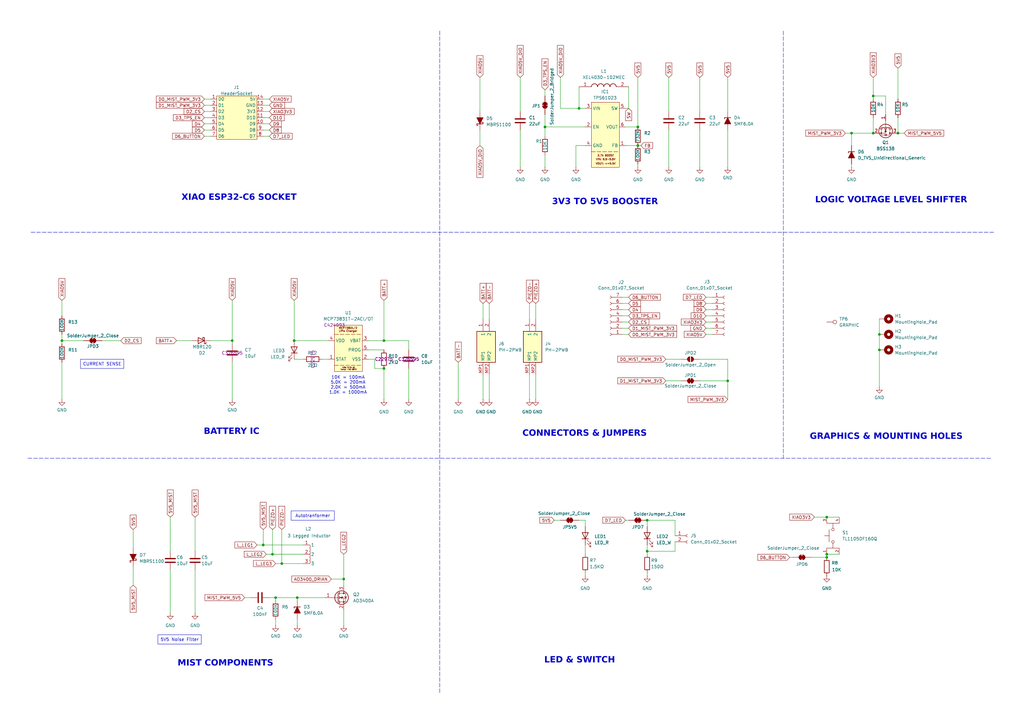
<source format=kicad_sch>
(kicad_sch (version 20250114) (generator "eeschema") (generator_version "9.0")
  (paper "A3")
  (title_block (title "MistMaker") (date "2025-05-10") (rev "1.4") (comment 1 "By David Yang & Shaung Cai"))
  (text "GRAPHICS & MOUNTING HOLES" (at 363.474 179.832 0) (effects (font (size 2.54 2.54) (bold yes))))
  (text "CONNECTORS & JUMPERS" (at 239.776 178.562 0) (effects (font (size 2.54 2.54) (bold yes))))
  (text "BATTERY IC" (at 94.996 177.8 0) (effects (font (size 2.54 2.54) (bold yes))))
  (text "XIAO ESP32-C6 SOCKET" (at 98.044 81.788 0) (effects (font (size 2.54 2.54) (bold yes))))
  (text "LED & SWITCH" (at 237.744 271.526 0) (effects (font (size 2.54 2.54) (bold yes))))
  (text "10K = 100mA\n5.0K = 200mA\n2.0K = 500mA\n1.0K = 1000mA" (at 142.748 157.988 0) (effects (font (size 1.27 1.27))))
  (text "LOGIC VOLTAGE LEVEL SHIFTER" (at 365.506 82.804 0) (effects (font (size 2.54 2.54) (bold yes))))
  (text "3V3 TO 5V5 BOOSTER" (at 248.158 83.566 0) (effects (font (size 2.54 2.54) (bold yes))))
  (text "MIST COMPONENTS" (at 92.456 272.796 0) (effects (font (size 2.54 2.54) (bold yes))))
  (text_box "Autotranformer" (at 119.38 209.55 0) (size 17.78 3.81) (margins 0.9525 0.9525 0.9525 0.9525) (effects (font (size 1.27 1.27))))
  (text_box "5V5 Noise Filter" (at 64.77 260.35 0) (size 17.78 3.81) (margins 0.9525 0.9525 0.9525 0.9525) (effects (font (size 1.27 1.27))))
  (text_box "CURRENT SENSE" (at 33.02 147.32 0) (size 17.78 3.81) (margins 0.9525 0.9525 0.9525 0.9525) (effects (font (size 1.27 1.27))))
  (junction (at 261.62 59.69))
  (junction (at 349.25 54.61))
  (junction (at 339.09 212.09))
  (junction (at 360.68 143.51))
  (junction (at 95.25 139.7))
  (junction (at 157.48 139.7))
  (junction (at 360.68 137.16))
  (junction (at 107.95 223.52))
  (junction (at 261.62 52.07))
  (junction (at 265.43 226.06))
  (junction (at 265.43 213.36))
  (junction (at 358.14 39.37))
  (junction (at 120.65 139.7))
  (junction (at 140.97 237.49))
  (junction (at 111.76 227.33))
  (junction (at 25.4 139.7))
  (junction (at 358.14 54.61))
  (junction (at 157.48 151.13))
  (junction (at 368.3 54.61))
  (junction (at 113.03 245.11))
  (junction (at 298.45 156.21))
  (junction (at 115.57 231.14))
  (junction (at 223.52 52.07))
  (junction (at 339.09 228.6))
  (junction (at 237.49 44.45))
  (junction (at 121.92 245.11))
  (junction (at 339.09 227.33))
  (wire (pts (xy 25.4 139.7) (xy 34.29 139.7)))
  (wire (pts (xy 198.12 153.67) (xy 198.12 163.83)))
  (wire (pts (xy 256.54 59.69) (xy 261.62 59.69)))
  (wire (pts (xy 223.52 52.07) (xy 223.52 55.88)))
  (wire (pts (xy 363.22 39.37) (xy 358.14 39.37)))
  (wire (pts (xy 217.17 124.46) (xy 217.17 130.81)))
  (wire (pts (xy 95.25 123.19) (xy 95.25 139.7)))
  (wire (pts (xy 107.95 53.34) (xy 110.49 53.34)))
  (wire (pts (xy 298.45 156.21) (xy 298.45 163.83)))
  (wire (pts (xy 120.65 123.19) (xy 120.65 139.7)))
  (wire (pts (xy 240.03 223.52) (xy 240.03 227.33)))
  (wire (pts (xy 227.33 213.36) (xy 229.87 213.36)))
  (wire (pts (xy 213.36 53.34) (xy 213.36 68.58)))
  (wire (pts (xy 292.1 129.54) (xy 289.56 129.54)))
  (wire (pts (xy 265.43 227.33) (xy 265.43 226.06)))
  (wire (pts (xy 105.41 223.52) (xy 107.95 223.52)))
  (wire (pts (xy 69.85 212.09) (xy 69.85 226.06)))
  (wire (pts (xy 363.22 46.99) (xy 363.22 39.37)))
  (wire (pts (xy 257.81 127) (xy 255.27 127)))
  (wire (pts (xy 107.95 43.18) (xy 110.49 43.18)))
  (wire (pts (xy 292.1 137.16) (xy 289.56 137.16)))
  (wire (pts (xy 83.82 40.64) (xy 86.36 40.64)))
  (wire (pts (xy 229.87 44.45) (xy 237.49 44.45)))
  (wire (pts (xy 360.68 130.81) (xy 360.68 137.16)))
  (wire (pts (xy 83.82 53.34) (xy 86.36 53.34)))
  (wire (pts (xy 237.49 213.36) (xy 240.03 213.36)))
  (wire (pts (xy 200.66 124.46) (xy 200.66 130.81)))
  (wire (pts (xy 323.85 228.6) (xy 325.12 228.6)))
  (wire (pts (xy 213.36 31.75) (xy 213.36 45.72)))
  (wire (pts (xy 54.61 217.17) (xy 54.61 224.79)))
  (wire (pts (xy 113.03 231.14) (xy 115.57 231.14)))
  (wire (pts (xy 274.32 31.75) (xy 274.32 45.72)))
  (wire (pts (xy 237.49 35.56) (xy 237.49 44.45)))
  (wire (pts (xy 349.25 67.31) (xy 349.25 68.58)))
  (wire (pts (xy 196.85 31.75) (xy 196.85 45.72)))
  (wire (pts (xy 292.1 134.62) (xy 289.56 134.62)))
  (wire (pts (xy 111.76 227.33) (xy 124.46 227.33)))
  (wire (pts (xy 41.91 139.7) (xy 49.53 139.7)))
  (wire (pts (xy 121.92 254) (xy 121.92 256.54)))
  (wire (pts (xy 151.13 143.51) (xy 157.48 143.51)))
  (wire (pts (xy 236.22 59.69) (xy 236.22 68.58)))
  (wire (pts (xy 223.52 63.5) (xy 223.52 68.58)))
  (wire (pts (xy 256.54 44.45) (xy 257.81 44.45)))
  (wire (pts (xy 107.95 40.64) (xy 110.49 40.64)))
  (wire (pts (xy 110.49 245.11) (xy 113.03 245.11)))
  (wire (pts (xy 115.57 217.17) (xy 115.57 231.14)))
  (wire (pts (xy 111.76 217.17) (xy 111.76 227.33)))
  (wire (pts (xy 83.82 45.72) (xy 86.36 45.72)))
  (polyline (pts (xy 12.7 95.25) (xy 407.67 95.25)) (stroke (width 0) (type dash)))
  (wire (pts (xy 360.68 137.16) (xy 360.68 143.51)))
  (wire (pts (xy 298.45 147.32) (xy 298.45 156.21)))
  (wire (pts (xy 276.86 226.06) (xy 265.43 226.06)))
  (wire (pts (xy 100.33 245.11) (xy 102.87 245.11)))
  (wire (pts (xy 25.4 123.19) (xy 25.4 129.54)))
  (wire (pts (xy 360.68 143.51) (xy 360.68 158.75)))
  (wire (pts (xy 287.02 147.32) (xy 298.45 147.32)))
  (wire (pts (xy 140.97 227.33) (xy 140.97 237.49)))
  (wire (pts (xy 167.64 139.7) (xy 167.64 143.51)))
  (wire (pts (xy 261.62 59.69) (xy 262.89 59.69)))
  (wire (pts (xy 25.4 137.16) (xy 25.4 139.7)))
  (wire (pts (xy 257.81 137.16) (xy 255.27 137.16)))
  (wire (pts (xy 240.03 234.95) (xy 240.03 236.22)))
  (wire (pts (xy 219.71 124.46) (xy 219.71 130.81)))
  (wire (pts (xy 265.43 234.95) (xy 265.43 236.22)))
  (wire (pts (xy 349.25 54.61) (xy 349.25 59.69)))
  (wire (pts (xy 256.54 52.07) (xy 261.62 52.07)))
  (wire (pts (xy 240.03 213.36) (xy 240.03 215.9)))
  (wire (pts (xy 153.67 151.13) (xy 157.48 151.13)))
  (wire (pts (xy 25.4 148.59) (xy 25.4 163.83)))
  (wire (pts (xy 229.87 31.75) (xy 229.87 44.45)))
  (wire (pts (xy 113.03 245.11) (xy 121.92 245.11)))
  (wire (pts (xy 240.03 44.45) (xy 237.49 44.45)))
  (wire (pts (xy 107.95 223.52) (xy 124.46 223.52)))
  (wire (pts (xy 95.25 148.59) (xy 95.25 163.83)))
  (wire (pts (xy 113.03 246.38) (xy 113.03 245.11)))
  (wire (pts (xy 273.05 147.32) (xy 279.4 147.32)))
  (wire (pts (xy 187.96 148.59) (xy 187.96 163.83)))
  (wire (pts (xy 151.13 147.32) (xy 153.67 147.32)))
  (wire (pts (xy 107.95 50.8) (xy 110.49 50.8)))
  (wire (pts (xy 80.01 233.68) (xy 80.01 251.46)))
  (wire (pts (xy 153.67 147.32) (xy 153.67 151.13)))
  (wire (pts (xy 261.62 67.31) (xy 261.62 68.58)))
  (wire (pts (xy 95.25 140.97) (xy 95.25 139.7)))
  (wire (pts (xy 157.48 139.7) (xy 167.64 139.7)))
  (wire (pts (xy 257.81 129.54) (xy 255.27 129.54)))
  (wire (pts (xy 120.65 139.7) (xy 134.62 139.7)))
  (wire (pts (xy 217.17 153.67) (xy 217.17 163.83)))
  (wire (pts (xy 107.95 45.72) (xy 110.49 45.72)))
  (wire (pts (xy 223.52 52.07) (xy 240.03 52.07)))
  (wire (pts (xy 83.82 55.88) (xy 86.36 55.88)))
  (wire (pts (xy 287.02 31.75) (xy 287.02 45.72)))
  (wire (pts (xy 200.66 153.67) (xy 200.66 163.83)))
  (polyline (pts (xy 180.34 12.7) (xy 180.34 284.48)) (stroke (width 0) (type dash)))
  (wire (pts (xy 135.89 237.49) (xy 140.97 237.49)))
  (wire (pts (xy 107.95 55.88) (xy 110.49 55.88)))
  (wire (pts (xy 86.36 139.7) (xy 95.25 139.7)))
  (wire (pts (xy 292.1 124.46) (xy 289.56 124.46)))
  (wire (pts (xy 339.09 212.09) (xy 344.17 212.09)))
  (wire (pts (xy 265.43 213.36) (xy 276.86 213.36)))
  (wire (pts (xy 358.14 31.75) (xy 358.14 39.37)))
  (wire (pts (xy 292.1 121.92) (xy 289.56 121.92)))
  (wire (pts (xy 368.3 54.61) (xy 370.84 54.61)))
  (polyline (pts (xy 11.43 187.96) (xy 406.4 187.96)) (stroke (width 0) (type dash)))
  (wire (pts (xy 292.1 132.08) (xy 289.56 132.08)))
  (wire (pts (xy 274.32 53.34) (xy 274.32 68.58)))
  (wire (pts (xy 124.46 147.32) (xy 120.65 147.32)))
  (wire (pts (xy 298.45 156.21) (xy 287.02 156.21)))
  (wire (pts (xy 223.52 46.99) (xy 223.52 52.07)))
  (wire (pts (xy 257.81 35.56) (xy 257.81 44.45)))
  (wire (pts (xy 54.61 232.41) (xy 54.61 240.03)))
  (wire (pts (xy 83.82 43.18) (xy 86.36 43.18)))
  (wire (pts (xy 292.1 127) (xy 289.56 127)))
  (wire (pts (xy 83.82 48.26) (xy 86.36 48.26)))
  (wire (pts (xy 298.45 31.75) (xy 298.45 45.72)))
  (wire (pts (xy 196.85 53.34) (xy 196.85 59.69)))
  (wire (pts (xy 157.48 123.19) (xy 157.48 139.7)))
  (wire (pts (xy 339.09 227.33) (xy 344.17 227.33)))
  (wire (pts (xy 132.08 147.32) (xy 134.62 147.32)))
  (wire (pts (xy 358.14 39.37) (xy 358.14 40.64)))
  (wire (pts (xy 25.4 139.7) (xy 25.4 140.97)))
  (wire (pts (xy 113.03 254) (xy 113.03 256.54)))
  (wire (pts (xy 69.85 233.68) (xy 69.85 251.46)))
  (wire (pts (xy 265.43 223.52) (xy 265.43 226.06)))
  (wire (pts (xy 107.95 217.17) (xy 107.95 223.52)))
  (wire (pts (xy 346.71 54.61) (xy 349.25 54.61)))
  (wire (pts (xy 265.43 213.36) (xy 265.43 215.9)))
  (wire (pts (xy 257.81 121.92) (xy 255.27 121.92)))
  (wire (pts (xy 115.57 231.14) (xy 124.46 231.14)))
  (wire (pts (xy 349.25 54.61) (xy 358.14 54.61)))
  (wire (pts (xy 339.09 227.33) (xy 339.09 228.6)))
  (wire (pts (xy 80.01 212.09) (xy 80.01 226.06)))
  (wire (pts (xy 256.54 213.36) (xy 257.81 213.36)))
  (wire (pts (xy 368.3 48.26) (xy 368.3 54.61)))
  (wire (pts (xy 240.03 59.69) (xy 236.22 59.69)))
  (wire (pts (xy 287.02 53.34) (xy 287.02 68.58)))
  (polyline (pts (xy 321.31 12.7) (xy 321.31 187.96)) (stroke (width 0) (type dash)))
  (wire (pts (xy 83.82 50.8) (xy 86.36 50.8)))
  (wire (pts (xy 332.74 228.6) (xy 339.09 228.6)))
  (wire (pts (xy 140.97 250.19) (xy 140.97 256.54)))
  (wire (pts (xy 223.52 39.37) (xy 223.52 36.83)))
  (wire (pts (xy 121.92 245.11) (xy 133.35 245.11)))
  (wire (pts (xy 198.12 124.46) (xy 198.12 130.81)))
  (wire (pts (xy 151.13 139.7) (xy 157.48 139.7)))
  (wire (pts (xy 334.01 212.09) (xy 339.09 212.09)))
  (wire (pts (xy 140.97 237.49) (xy 140.97 240.03)))
  (wire (pts (xy 273.05 156.21) (xy 279.4 156.21)))
  (wire (pts (xy 276.86 213.36) (xy 276.86 219.71)))
  (wire (pts (xy 121.92 245.11) (xy 121.92 246.38)))
  (wire (pts (xy 358.14 48.26) (xy 358.14 54.61)))
  (wire (pts (xy 219.71 153.67) (xy 219.71 163.83)))
  (wire (pts (xy 261.62 31.75) (xy 261.62 52.07)))
  (wire (pts (xy 257.81 134.62) (xy 255.27 134.62)))
  (wire (pts (xy 368.3 27.94) (xy 368.3 40.64)))
  (wire (pts (xy 167.64 151.13) (xy 167.64 163.83)))
  (wire (pts (xy 257.81 124.46) (xy 255.27 124.46)))
  (wire (pts (xy 78.74 139.7) (xy 72.39 139.7)))
  (wire (pts (xy 298.45 53.34) (xy 298.45 68.58)))
  (wire (pts (xy 276.86 222.25) (xy 276.86 226.06)))
  (wire (pts (xy 109.22 227.33) (xy 111.76 227.33)))
  (wire (pts (xy 107.95 48.26) (xy 110.49 48.26)))
  (wire (pts (xy 257.81 132.08) (xy 255.27 132.08)))
  (wire (pts (xy 157.48 151.13) (xy 157.48 163.83)))
  (global_label "XIAO3V3" (shape input) (at 289.56 132.08 180) (property "Intersheetrefs" "${INTERSHEET_REFS}" (effects (hide yes))))
  (global_label "D1_MIST_PWM_3V3" (shape input) (at 257.81 134.62 0) (property "Intersheetrefs" "${INTERSHEET_REFS}" (effects (hide yes))))
  (global_label "5V5" (shape input) (at 368.3 27.94 90) (property "Intersheetrefs" "${INTERSHEET_REFS}" (effects (hide yes))))
  (global_label "D6_BUTTON" (shape input) (at 323.85 228.6 180) (property "Intersheetrefs" "${INTERSHEET_REFS}" (effects (hide yes))))
  (global_label "XIAO3V3" (shape input) (at 334.01 212.09 180) (property "Intersheetrefs" "${INTERSHEET_REFS}" (effects (hide yes))))
  (global_label "BATT+" (shape input) (at 72.39 139.7 180) (property "Intersheetrefs" "${INTERSHEET_REFS}" (effects (hide yes))))
  (global_label "PIEZO+" (shape input) (at 111.76 217.17 90) (property "Intersheetrefs" "${INTERSHEET_REFS}" (effects (hide yes))))
  (global_label "D5" (shape input) (at 257.81 124.46 0) (property "Intersheetrefs" "${INTERSHEET_REFS}" (effects (hide yes))))
  (global_label "D6_BUTTON" (shape input) (at 257.81 121.92 0) (property "Intersheetrefs" "${INTERSHEET_REFS}" (effects (hide yes))))
  (global_label "GND" (shape input) (at 110.49 43.18 0) (property "Intersheetrefs" "${INTERSHEET_REFS}" (effects (hide yes))))
  (global_label "D10" (shape input) (at 110.49 48.26 0) (property "Intersheetrefs" "${INTERSHEET_REFS}" (effects (hide yes))))
  (global_label "D2_CS" (shape input) (at 83.82 45.72 180) (property "Intersheetrefs" "${INTERSHEET_REFS}" (effects (hide yes))))
  (global_label "XIAO5V" (shape input) (at 120.65 123.19 90) (property "Intersheetrefs" "${INTERSHEET_REFS}" (effects (hide yes))))
  (global_label "XIAO3V3" (shape input) (at 110.49 45.72 0) (property "Intersheetrefs" "${INTERSHEET_REFS}" (effects (hide yes))))
  (global_label "D2_CS" (shape input) (at 257.81 132.08 0) (property "Intersheetrefs" "${INTERSHEET_REFS}" (effects (hide yes))))
  (global_label "5V5_MIST" (shape input) (at 80.01 212.09 90) (property "Intersheetrefs" "${INTERSHEET_REFS}" (effects (hide yes))))
  (global_label "D3_TPS_EN" (shape input) (at 83.82 48.26 180) (property "Intersheetrefs" "${INTERSHEET_REFS}" (effects (hide yes))))
  (global_label "D0_MIST_PWM_3V3" (shape input) (at 273.05 147.32 180) (property "Intersheetrefs" "${INTERSHEET_REFS}" (effects (hide yes))))
  (global_label "5V5" (shape input) (at 274.32 31.75 90) (property "Intersheetrefs" "${INTERSHEET_REFS}" (effects (hide yes))))
  (global_label "L_LEG1" (shape input) (at 105.41 223.52 180) (property "Intersheetrefs" "${INTERSHEET_REFS}" (effects (hide yes))))
  (global_label "D3_TPS_EN" (shape input) (at 257.81 129.54 0) (property "Intersheetrefs" "${INTERSHEET_REFS}" (effects (hide yes))))
  (global_label "PIEZO-" (shape input) (at 217.17 124.46 90) (property "Intersheetrefs" "${INTERSHEET_REFS}" (effects (hide yes))))
  (global_label "D7_LED" (shape input) (at 110.49 55.88 0) (property "Intersheetrefs" "${INTERSHEET_REFS}" (effects (hide yes))))
  (global_label "L_LEG2" (shape input) (at 140.97 227.33 90) (property "Intersheetrefs" "${INTERSHEET_REFS}" (effects (hide yes))))
  (global_label "AO3400_DRIAN" (shape input) (at 135.89 237.49 180) (property "Intersheetrefs" "${INTERSHEET_REFS}" (effects (hide yes))))
  (global_label "PIEZO-" (shape input) (at 115.57 217.17 90) (property "Intersheetrefs" "${INTERSHEET_REFS}" (effects (hide yes))))
  (global_label "D8" (shape input) (at 289.56 124.46 180) (property "Intersheetrefs" "${INTERSHEET_REFS}" (effects (hide yes))))
  (global_label "5V5" (shape input) (at 227.33 213.36 180) (property "Intersheetrefs" "${INTERSHEET_REFS}" (effects (hide yes))))
  (global_label "XIAO5V" (shape input) (at 289.56 137.16 180) (property "Intersheetrefs" "${INTERSHEET_REFS}" (effects (hide yes))))
  (global_label "PIEZO+" (shape input) (at 219.71 124.46 90) (property "Intersheetrefs" "${INTERSHEET_REFS}" (effects (hide yes))))
  (global_label "BATT-" (shape input) (at 187.96 148.59 90) (property "Intersheetrefs" "${INTERSHEET_REFS}" (effects (hide yes))))
  (global_label "5V5" (shape input) (at 54.61 217.17 90) (property "Intersheetrefs" "${INTERSHEET_REFS}" (effects (hide yes))))
  (global_label "5V5" (shape input) (at 298.45 31.75 90) (property "Intersheetrefs" "${INTERSHEET_REFS}" (effects (hide yes))))
  (global_label "5V5_MIST" (shape input) (at 107.95 217.17 90) (property "Intersheetrefs" "${INTERSHEET_REFS}" (effects (hide yes))))
  (global_label "L_LEG2" (shape input) (at 109.22 227.33 180) (property "Intersheetrefs" "${INTERSHEET_REFS}" (effects (hide yes))))
  (global_label "MIST_PWM_3V3" (shape input) (at 346.71 54.61 180) (property "Intersheetrefs" "${INTERSHEET_REFS}" (effects (hide yes))))
  (global_label "MIST_PWM_5V5" (shape input) (at 100.33 245.11 180) (property "Intersheetrefs" "${INTERSHEET_REFS}" (effects (hide yes))))
  (global_label "D10" (shape input) (at 289.56 129.54 180) (property "Intersheetrefs" "${INTERSHEET_REFS}" (effects (hide yes))))
  (global_label "D9" (shape input) (at 289.56 127 180) (property "Intersheetrefs" "${INTERSHEET_REFS}" (effects (hide yes))))
  (global_label "D9" (shape input) (at 110.49 50.8 0) (property "Intersheetrefs" "${INTERSHEET_REFS}" (effects (hide yes))))
  (global_label "GND" (shape input) (at 289.56 134.62 180) (property "Intersheetrefs" "${INTERSHEET_REFS}" (effects (hide yes))))
  (global_label "D2_CS" (shape input) (at 49.53 139.7 0) (property "Intersheetrefs" "${INTERSHEET_REFS}" (effects (hide yes))))
  (global_label "XIAO5V" (shape input) (at 110.49 40.64 0) (property "Intersheetrefs" "${INTERSHEET_REFS}" (effects (hide yes))))
  (global_label "XIAO5V_DIO" (shape input) (at 196.85 59.69 270) (property "Intersheetrefs" "${INTERSHEET_REFS}" (effects (hide yes))))
  (global_label "5V5" (shape input) (at 287.02 31.75 90) (property "Intersheetrefs" "${INTERSHEET_REFS}" (effects (hide yes))))
  (global_label "FB" (shape input) (at 262.89 59.69 0) (property "Intersheetrefs" "${INTERSHEET_REFS}" (effects (hide yes))))
  (global_label "XIAO3V3" (shape input) (at 358.14 31.75 90) (property "Intersheetrefs" "${INTERSHEET_REFS}" (effects (hide yes))))
  (global_label "BATT-" (shape input) (at 200.66 124.46 90) (property "Intersheetrefs" "${INTERSHEET_REFS}" (effects (hide yes))))
  (global_label "D8" (shape input) (at 110.49 53.34 0) (property "Intersheetrefs" "${INTERSHEET_REFS}" (effects (hide yes))))
  (global_label "D7_LED" (shape input) (at 256.54 213.36 180) (property "Intersheetrefs" "${INTERSHEET_REFS}" (effects (hide yes))))
  (global_label "BATT+" (shape input) (at 198.12 124.46 90) (property "Intersheetrefs" "${INTERSHEET_REFS}" (effects (hide yes))))
  (global_label "XIAO5V_DIO" (shape input) (at 213.36 31.75 90) (property "Intersheetrefs" "${INTERSHEET_REFS}" (effects (hide yes))))
  (global_label "XIAO5V" (shape input) (at 95.25 123.19 90) (property "Intersheetrefs" "${INTERSHEET_REFS}" (effects (hide yes))))
  (global_label "SW" (shape input) (at 257.81 44.45 270) (property "Intersheetrefs" "${INTERSHEET_REFS}" (effects (hide yes))))
  (global_label "D7_LED" (shape input) (at 289.56 121.92 180) (property "Intersheetrefs" "${INTERSHEET_REFS}" (effects (hide yes))))
  (global_label "5V5_MIST" (shape input) (at 69.85 212.09 90) (property "Intersheetrefs" "${INTERSHEET_REFS}" (effects (hide yes))))
  (global_label "D3_TPS_EN" (shape input) (at 223.52 36.83 90) (property "Intersheetrefs" "${INTERSHEET_REFS}" (effects (hide yes))))
  (global_label "D4" (shape input) (at 257.81 127 0) (property "Intersheetrefs" "${INTERSHEET_REFS}" (effects (hide yes))))
  (global_label "D0_MIST_PWM_3V3" (shape input) (at 257.81 137.16 0) (property "Intersheetrefs" "${INTERSHEET_REFS}" (effects (hide yes))))
  (global_label "D6_BUTTON" (shape input) (at 83.82 55.88 180) (property "Intersheetrefs" "${INTERSHEET_REFS}" (effects (hide yes))))
  (global_label "D1_MIST_PWM_3V3" (shape input) (at 273.05 156.21 180) (property "Intersheetrefs" "${INTERSHEET_REFS}" (effects (hide yes))))
  (global_label "D4" (shape input) (at 83.82 50.8 180) (property "Intersheetrefs" "${INTERSHEET_REFS}" (effects (hide yes))))
  (global_label "L_LEG3" (shape input) (at 113.03 231.14 180) (property "Intersheetrefs" "${INTERSHEET_REFS}" (effects (hide yes))))
  (global_label "MIST_PWM_5V5" (shape input) (at 370.84 54.61 0) (property "Intersheetrefs" "${INTERSHEET_REFS}" (effects (hide yes))))
  (global_label "D5" (shape input) (at 83.82 53.34 180) (property "Intersheetrefs" "${INTERSHEET_REFS}" (effects (hide yes))))
  (global_label "XIAO5V_DIO" (shape input) (at 229.87 31.75 90) (property "Intersheetrefs" "${INTERSHEET_REFS}" (effects (hide yes))))
  (global_label "5V5_MIST" (shape input) (at 54.61 240.03 270) (property "Intersheetrefs" "${INTERSHEET_REFS}" (effects (hide yes))))
  (global_label "MIST_PWM_3V3" (shape input) (at 298.45 163.83 180) (property "Intersheetrefs" "${INTERSHEET_REFS}" (effects (hide yes))))
  (global_label "XIAO5V" (shape input) (at 25.4 123.19 90) (property "Intersheetrefs" "${INTERSHEET_REFS}" (effects (hide yes))))
  (global_label "D0_MIST_PWM_3V3" (shape input) (at 83.82 40.64 180) (property "Intersheetrefs" "${INTERSHEET_REFS}" (effects (hide yes))))
  (global_label "XIAO5V" (shape input) (at 196.85 31.75 90) (property "Intersheetrefs" "${INTERSHEET_REFS}" (effects (hide yes))))
  (global_label "5V5" (shape input) (at 261.62 31.75 90) (property "Intersheetrefs" "${INTERSHEET_REFS}" (effects (hide yes))))
  (global_label "D1_MIST_PWM_3V3" (shape input) (at 83.82 43.18 180) (property "Intersheetrefs" "${INTERSHEET_REFS}" (effects (hide yes))))
  (global_label "BATT+" (shape input) (at 157.48 123.19 90) (property "Intersheetrefs" "${INTERSHEET_REFS}" (effects (hide yes))))
  (symbol (lib_id "Device:R") (at 240.03 231.14 0) (unit 1)
    (property "Reference" "R7" (at 241.808 229.87 0) (effects (justify left)))
    (property "Value" "1.5KΩ" (at 241.808 232.41 0) (effects (justify left)))
    (property "Footprint" "Resistor_SMD:R_0603_1608Metric" (effects (hide yes)))
    (property "Description" "Resistor" (effects (hide yes)))
    (property "JLC" "C114668" (effects (hide yes)))
  )
  (symbol (lib_id "PCM_Diode_Schottky_AKL:MBRS1100") (at 196.85 49.53 270) (unit 1)
    (property "Reference" "D5" (at 199.39 48.5774 90) (effects (justify left)))
    (property "Value" "MBRS1100" (at 199.39 51.1174 90) (effects (justify left)))
    (property "Footprint" "Diode_DavidLib:D_SMB_Min_Silk" (effects (hide yes)))
    (property "Datasheet" "https://www.tme.eu/Document/26c762e133eb047ffb9d208b4e2dc34f/MBRS1100T3G.PDF" (effects (hide yes)))
    (property "Description" "SMB Schottky diode, 100V, 1A, Alternate KiCAD Library" (effects (hide yes)))
    (property "JLC" "C82068" (effects (hide yes)))
  )
  (symbol (lib_id "Device:R") (at 157.48 147.32 0) (unit 1)
    (property "Reference" "R10" (at 159.258 146.05 0) (effects (justify left)))
    (property "Value" "2KΩ" (at 159.258 148.59 0) (effects (justify left)))
    (property "Footprint" "Resistor_SMD:R_0603_1608Metric" (effects (hide yes)))
    (property "Description" "Resistor" (effects (hide yes)))
    (property "JLC" "C22975" (at 157.48 147.32 0))
  )
  (symbol (lib_id "PCM_Diode_Schottky_AKL:MBRS1100") (at 54.61 228.6 270) (unit 1)
    (property "Reference" "D7" (at 57.15 227.6474 90) (effects (justify left)))
    (property "Value" "MBRS1100" (at 57.15 230.1874 90) (effects (justify left)))
    (property "Footprint" "Diode_DavidLib:D_SMB_Min_Silk" (effects (hide yes)))
    (property "Datasheet" "https://www.tme.eu/Document/26c762e133eb047ffb9d208b4e2dc34f/MBRS1100T3G.PDF" (effects (hide yes)))
    (property "Description" "SMB Schottky diode, 100V, 1A, Alternate KiCAD Library" (effects (hide yes)))
    (property "JLC" "C82068" (effects (hide yes)))
  )
  (symbol (lib_id "power:GND") (at 25.4 163.83 0) (unit 1)
    (property "Reference" "#PWR023" (effects (hide yes)))
    (property "Value" "GND" (at 25.4 168.148 0))
    (property "Description" "Power symbol creates a global label with name \"GND\" , ground" (effects (hide yes)))
  )
  (symbol (lib_id "Device:R") (at 261.62 55.88 0) (unit 1)
    (property "Reference" "R2" (at 264.16 54.6099 0) (effects (justify left)))
    (property "Value" "732K" (at 261.62 58.42 90) (effects (justify left)))
    (property "Footprint" "Resistor_SMD:R_0603_1608Metric_Pad0.98x0.95mm_HandSolder" (effects (hide yes)))
    (property "Description" "Resistor" (effects (hide yes)))
    (property "JLC" "C246003" (effects (hide yes)))
  )
  (symbol (lib_id "power:GND") (at 157.48 163.83 0) (unit 1)
    (property "Reference" "#PWR024" (effects (hide yes)))
    (property "Value" "GND" (at 157.48 168.91 0))
    (property "Description" "Power symbol creates a global label with name \"GND\" , ground" (effects (hide yes)))
  )
  (symbol (lib_id "Mechanical:MountingHole_Pad") (at 363.22 130.81 270) (unit 1) (in_bom no)
    (property "Reference" "H1" (at 367.03 129.5399 90) (effects (justify left)))
    (property "Value" "MountingHole_Pad" (at 367.03 132.0799 90) (effects (justify left)))
    (property "Footprint" "MountingHole:MountingHole_2.2mm_M2_DIN965_Pad" (effects (hide yes)))
    (property "Description" "Mounting Hole with connection" (effects (hide yes)))
  )
  (symbol (lib_id "Mechanical:MountingHole_Pad") (at 363.22 137.16 270) (unit 1) (in_bom no)
    (property "Reference" "H2" (at 367.03 135.8899 90) (effects (justify left)))
    (property "Value" "MountingHole_Pad" (at 367.03 138.4299 90) (effects (justify left)))
    (property "Footprint" "MountingHole:MountingHole_2.2mm_M2_DIN965_Pad" (effects (hide yes)))
    (property "Description" "Mounting Hole with connection" (effects (hide yes)))
  )
  (symbol (lib_id "Connector:Conn_01x07_Socket") (at 297.18 129.54 0) (unit 1) (in_bom no)
    (property "Reference" "J3" (at 288.798 115.57 0) (effects (justify left)))
    (property "Value" "Conn_01x07_Socket" (at 281.432 118.11 0) (effects (justify left)))
    (property "Footprint" "Connector_PinSocket_2.54mm:PinSocket_1x07_P2.54mm_Vertical" (effects (hide yes)))
    (property "Description" "Generic connector, single row, 01x07, script generated" (effects (hide yes)))
  )
  (symbol (lib_id "Device:R") (at 358.14 44.45 0) (unit 1)
    (property "Reference" "R4" (at 359.664 42.926 0) (effects (justify left)))
    (property "Value" "10K" (at 358.14 46.228 90) (effects (justify left)))
    (property "Footprint" "Resistor_SMD:R_0805_2012Metric_Pad1.20x1.40mm_HandSolder" (effects (hide yes)))
    (property "Description" "Resistor" (effects (hide yes)))
    (property "JLC" "C17414" (effects (hide yes)))
  )
  (symbol (lib_id "Jumper:SolderJumper_2_Bridged") (at 233.68 213.36 0) (unit 1) (in_bom no)
    (property "Reference" "JP5V5" (at 233.68 216.154 0))
    (property "Value" "SolderJumper_2_Close" (at 231.394 210.566 0))
    (property "Footprint" "Jumper:SolderJumper-2_P1.3mm_Bridged_RoundedPad1.0x1.5mm" (effects (hide yes)))
    (property "Description" "Solder Jumper, 2-pole, closed/bridged" (effects (hide yes)))
  )
  (symbol (lib_id "power:GND") (at 217.17 163.83 0) (unit 1)
    (property "Reference" "#PWR06" (effects (hide yes)))
    (property "Value" "GND" (at 216.154 168.91 0))
    (property "Description" "Power symbol creates a global label with name \"GND\" , ground" (effects (hide yes)))
  )
  (symbol (lib_id "Device:LED") (at 120.65 143.51 270) (mirror x) (unit 1)
    (property "Reference" "LED3" (at 116.84 143.8274 90) (effects (justify right)))
    (property "Value" "LED_R" (at 116.84 146.3674 90) (effects (justify right)))
    (property "Footprint" "LED_SMD:LED_0603_1608Metric" (effects (hide yes)))
    (property "Description" "Light emitting diode" (effects (hide yes)))
    (property "Sim.Pins" "1=K 2=A" (effects (hide yes)))
    (property "JLC" "C2286" (effects (hide yes)))
  )
  (symbol (lib_id "power:GND") (at 219.71 163.83 0) (unit 1)
    (property "Reference" "#PWR07" (effects (hide yes)))
    (property "Value" "GND" (at 220.472 168.91 0))
    (property "Description" "Power symbol creates a global label with name \"GND\" , ground" (effects (hide yes)))
  )
  (symbol (lib_id "power:GND") (at 200.66 163.83 0) (unit 1)
    (property "Reference" "#PWR019" (effects (hide yes)))
    (property "Value" "GND" (at 201.422 168.91 0))
    (property "Description" "Power symbol creates a global label with name \"GND\" , ground" (effects (hide yes)))
  )
  (symbol (lib_id "power:GND") (at 121.92 256.54 0) (unit 1)
    (property "Reference" "#PWR016" (effects (hide yes)))
    (property "Value" "GND" (at 121.92 260.858 0))
    (property "Description" "Power symbol creates a global label with name \"GND\" , ground" (effects (hide yes)))
  )
  (symbol (lib_id "power:GND") (at 339.09 236.22 0) (unit 1)
    (property "Reference" "#PWR014" (effects (hide yes)))
    (property "Value" "GND" (at 339.09 241.3 0))
    (property "Description" "Power symbol creates a global label with name \"GND\" , ground" (effects (hide yes)))
  )
  (symbol (lib_id "Device:R") (at 339.09 232.41 0) (unit 1)
    (property "Reference" "R8" (at 342.392 230.886 0))
    (property "Value" "10K" (at 343.154 233.68 0))
    (property "Footprint" "Resistor_SMD:R_0805_2012Metric" (effects (hide yes)))
    (property "Description" "Resistor" (effects (hide yes)))
    (property "JLC" "C17414" (effects (hide yes)))
  )
  (symbol (lib_id "Mist_Custom:3_Legged_Inductor") (at 125.73 219.71 0) (unit 1) (in_bom no)
    (property "Reference" "L2" (at 125.222 216.916 0) (effects (justify left)))
    (property "Value" "3 Legged Inductor" (at 117.856 219.71 0) (effects (justify left)))
    (property "Footprint" "Mist_Library:3_Leg_Autotransformer" (effects (hide yes)))
  )
  (symbol (lib_id "Jumper:SolderJumper_2_Bridged") (at 283.21 156.21 0) (unit 1) (in_bom no)
    (property "Reference" "JPD1" (at 283.21 153.924 0))
    (property "Value" "SolderJumper_2_Close" (at 283.21 158.242 0))
    (property "Footprint" "Jumper:SolderJumper-2_P1.3mm_Bridged_RoundedPad1.0x1.5mm" (effects (hide yes)))
    (property "Description" "Solder Jumper, 2-pole, closed/bridged" (effects (hide yes)))
  )
  (symbol (lib_id "power:GND") (at 187.96 163.83 0) (unit 1)
    (property "Reference" "#PWR026" (effects (hide yes)))
    (property "Value" "GND" (at 187.96 168.91 0))
    (property "Description" "Power symbol creates a global label with name \"GND\" , ground" (effects (hide yes)))
  )
  (symbol (lib_id "PCM_Diode_TVS_AKL:SMF6.0A") (at 298.45 49.53 90) (unit 1)
    (property "Reference" "D4" (at 300.99 48.2599 90) (effects (justify right)))
    (property "Value" "SMF6.0A" (at 300.99 50.7999 90) (effects (justify right)))
    (property "Footprint" "PCM_Diode_SMD_AKL:D_SOD-123F" (effects (hide yes)))
    (property "Datasheet" "https://www.tme.eu/Document/95faf1e5e821ed1b438500c66c7b0bd9/smf50a.pdf" (effects (hide yes)))
    (property "Description" "SOD-123F Unidirectional TVS diode, 6V, 200W, Alternate KiCAD Library" (effects (hide yes)))
    (property "JLC" "C19077499" (effects (hide yes)))
  )
  (symbol (lib_id "power:GND") (at 223.52 68.58 0) (unit 1)
    (property "Reference" "#PWR021" (effects (hide yes)))
    (property "Value" "GND" (at 223.52 73.66 0))
    (property "Description" "Power symbol creates a global label with name \"GND\" , ground" (effects (hide yes)))
  )
  (symbol (lib_id "Device:C") (at 287.02 49.53 0) (unit 1)
    (property "Reference" "C3" (at 290.83 48.2599 0) (effects (justify left)))
    (property "Value" "22uF" (at 290.83 50.7999 0) (effects (justify left)))
    (property "Footprint" "Capacitor_SMD:C_0805_2012Metric_Pad1.18x1.45mm_HandSolder" (effects (hide yes)))
    (property "Description" "Unpolarized capacitor" (effects (hide yes)))
    (property "JLC" "C98190" (effects (hide yes)))
  )
  (symbol (lib_id "Device:R") (at 25.4 144.78 0) (unit 1)
    (property "Reference" "R11" (at 27.94 143.5099 0) (effects (justify left)))
    (property "Value" "100K" (at 25.4 147.32 90) (effects (justify left)))
    (property "Footprint" "Resistor_SMD:R_0603_1608Metric" (effects (hide yes)))
    (property "Description" "Resistor" (effects (hide yes)))
    (property "JLC" "C14675" (effects (hide yes)))
  )
  (symbol (lib_id "power:GND") (at 287.02 68.58 0) (unit 1)
    (property "Reference" "#PWR05" (effects (hide yes)))
    (property "Value" "GND" (at 287.02 73.66 0))
    (property "Description" "Power symbol creates a global label with name \"GND\" , ground" (effects (hide yes)))
  )
  (symbol (lib_id "Connector:Conn_01x02_Socket") (at 281.94 219.71 0) (unit 1) (in_bom no)
    (property "Reference" "J5" (at 283.21 219.7099 0) (effects (justify left)))
    (property "Value" "Conn_01x02_Socket" (at 283.21 222.2499 0) (effects (justify left)))
    (property "Footprint" "Connector_DavidLib:PinHeader_1x02_P2.54mm_less_Marks" (effects (hide yes)))
    (property "Description" "Generic connector, single row, 01x02, script generated" (effects (hide yes)))
  )
  (symbol (lib_id "Jumper:SolderJumper_2_Bridged") (at 261.62 213.36 0) (unit 1) (in_bom no)
    (property "Reference" "JPD7" (at 261.62 216.154 0))
    (property "Value" "SolderJumper_2_Close" (at 270.51 210.82 0))
    (property "Footprint" "Jumper:SolderJumper-2_P1.3mm_Bridged_RoundedPad1.0x1.5mm" (effects (hide yes)))
    (property "Description" "Solder Jumper, 2-pole, closed/bridged" (effects (hide yes)))
  )
  (symbol (lib_id "Mechanical:MountingHole_Pad") (at 363.22 143.51 270) (unit 1) (in_bom no)
    (property "Reference" "H3" (at 367.03 142.2399 90) (effects (justify left)))
    (property "Value" "MountingHole_Pad" (at 367.03 144.7799 90) (effects (justify left)))
    (property "Footprint" "MountingHole:MountingHole_2.2mm_M2_DIN965_Pad" (effects (hide yes)))
    (property "Description" "Mounting Hole with connection" (effects (hide yes)))
  )
  (symbol (lib_id "PCM_Diode_TVS_AKL:D_TVS_Unidirectional_Generic") (at 349.25 63.5 90) (unit 1)
    (property "Reference" "D6" (at 351.79 62.2299 90) (effects (justify right)))
    (property "Value" "D_TVS_Unidirectional_Generic" (at 351.79 64.7699 90) (effects (justify right)))
    (property "Footprint" "Diode_SMD:D_SOD-323_HandSoldering" (effects (hide yes)))
    (property "Description" "Unidirectional TVS diode, Generic symbol, Alternate KiCAD Library" (effects (hide yes)))
    (property "JLC" "C20617916" (effects (hide yes)))
  )
  (symbol (lib_id "power:GND") (at 198.12 163.83 0) (unit 1)
    (property "Reference" "#PWR018" (effects (hide yes)))
    (property "Value" "GND" (at 197.104 168.91 0))
    (property "Description" "Power symbol creates a global label with name \"GND\" , ground" (effects (hide yes)))
  )
  (symbol (lib_id "power:GND") (at 80.01 251.46 0) (unit 1)
    (property "Reference" "#PWR09" (effects (hide yes)))
    (property "Value" "GND" (at 80.01 256.54 0))
    (property "Description" "Power symbol creates a global label with name \"GND\" , ground" (effects (hide yes)))
  )
  (symbol (lib_id "power:GND") (at 360.68 158.75 0) (unit 1)
    (property "Reference" "#PWR013" (effects (hide yes)))
    (property "Value" "GND" (at 360.68 163.068 0))
    (property "Description" "Power symbol creates a global label with name \"GND\" , ground" (effects (hide yes)))
  )
  (symbol (lib_id "Device:R") (at 113.03 250.19 0) (unit 1)
    (property "Reference" "R6" (at 115.57 248.9199 0) (effects (justify left)))
    (property "Value" "100K" (at 113.03 252.73 90) (effects (justify left)))
    (property "Footprint" "Resistor_SMD:R_0603_1608Metric" (effects (hide yes)))
    (property "Description" "Resistor" (effects (hide yes)))
    (property "JLC" "C14675" (effects (hide yes)))
  )
  (symbol (lib_id "Mist_Custom:TPS61023") (at 242.57 40.64 0) (unit 1)
    (property "Reference" "IC1" (at 248.158 37.592 0))
    (property "Value" "TPS61023" (at 248.158 40.132 0))
    (property "Footprint" "TPS61023DRLR:SOTFL50P160X60-6N" (effects (hide yes)))
    (property "JLC" "C919459" (effects (hide yes)))
  )
  (symbol (lib_id "Device:LED") (at 265.43 219.71 90) (unit 1)
    (property "Reference" "LED2" (at 269.24 220.0274 90) (effects (justify right)))
    (property "Value" "LED_W" (at 269.24 222.5674 90) (effects (justify right)))
    (property "Footprint" "LED_SMD:LED_0603_1608Metric" (effects (hide yes)))
    (property "Description" "Light emitting diode" (effects (hide yes)))
    (property "Sim.Pins" "1=K 2=A" (effects (hide yes)))
    (property "JLC" "C2290" (effects (hide yes)))
  )
  (symbol (lib_id "Device:LED") (at 240.03 219.71 90) (unit 1)
    (property "Reference" "LED1" (at 243.84 220.0274 90) (effects (justify right)))
    (property "Value" "LED_R" (at 243.84 222.5674 90) (effects (justify right)))
    (property "Footprint" "LED_SMD:LED_0603_1608Metric" (effects (hide yes)))
    (property "Description" "Light emitting diode" (effects (hide yes)))
    (property "Sim.Pins" "1=K 2=A" (effects (hide yes)))
    (property "JLC" "C2286" (effects (hide yes)))
  )
  (symbol (lib_id "power:GND") (at 240.03 236.22 0) (unit 1)
    (property "Reference" "#PWR010" (effects (hide yes)))
    (property "Value" "GND" (at 240.03 241.3 0))
    (property "Description" "Power symbol creates a global label with name \"GND\" , ground" (effects (hide yes)))
  )
  (symbol (lib_id "Device:D_Schottky") (at 82.55 139.7 180) (unit 1)
    (property "Reference" "D2" (at 82.8675 144.78 0))
    (property "Value" "MBR120" (at 82.8675 142.24 0))
    (property "Footprint" "Diode_SMD:D_SOD-123F" (effects (hide yes)))
    (property "Description" "Schottky diode" (effects (hide yes)))
    (property "JLC" "C81143" (effects (hide yes)))
  )
  (symbol (lib_id "Device:C") (at 95.25 144.78 0) (unit 1)
    (property "Reference" "C7" (at 100.33 143.5099 0) (effects (justify left)))
    (property "Value" "10uF" (at 100.33 146.0499 0) (effects (justify left)))
    (property "Footprint" "Capacitor_SMD:C_0805_2012Metric" (effects (hide yes)))
    (property "Description" "Unpolarized capacitor" (effects (hide yes)))
    (property "JLC" "C326595" (at 95.25 144.78 0))
  )
  (symbol (lib_id "XEL4030-102MEC:XEL4030-102MEC") (at 237.49 35.56 0) (unit 1)
    (property "Reference" "L1" (at 247.65 29.21 0))
    (property "Value" "XEL4030-102MEC" (at 247.65 31.75 0))
    (property "Footprint" "XEL4030-102MEC:XEL4030102MEC" (effects (hide yes)))
    (property "Datasheet" "https://www.digikey.ph/en/products/detail/coilcraft/xel4030-102mec/21381728?msockid=39f1ec84d77b6f4428b7f904d6676eed" (effects (hide yes)))
    (property "Description" "INDUCTOR, SHIELDED, 1UH, 20%, AEC-Q200" (effects (hide yes)))
    (property "Height" "3.2" (effects (hide yes)))
    (property "Manufacturer_Name" "COILCRAFT" (effects (hide yes)))
    (property "Manufacturer_Part_Number" "XEL4030-102MEC" (effects (hide yes)))
    (property "Mouser Part Number" "994-XEL4030-102MEC" (effects (hide yes)))
    (property "Mouser Price/Stock" "https://www.mouser.co.uk/ProductDetail/Coilcraft/XEL4030-102MEC?qs=chTDxNqvsynxP6L4IWrGOQ%3D%3D" (effects (hide yes)))
    (property "JLC" "C5441341" (effects (hide yes)))
  )
  (symbol (lib_id "Connector:TestPoint") (at 339.09 132.08 270) (unit 1) (in_bom no)
    (property "Reference" "TP6" (at 344.17 130.8099 90) (effects (justify left)))
    (property "Value" "GRAPHIC" (at 344.17 133.3499 90) (effects (justify left)))
    (property "Footprint" "Mist_Library:DUCKY_ICON" (effects (hide yes)))
    (property "Description" "test point" (effects (hide yes)))
  )
  (symbol (lib_id "power:GND") (at 298.45 68.58 0) (unit 1)
    (property "Reference" "#PWR020" (effects (hide yes)))
    (property "Value" "GND" (at 298.45 72.898 0))
    (property "Description" "Power symbol creates a global label with name \"GND\" , ground" (effects (hide yes)))
  )
  (symbol (lib_id "Device:R") (at 223.52 59.69 0) (unit 1)
    (property "Reference" "R1" (at 219.71 57.912 0) (effects (justify left)))
    (property "Value" "10K" (at 223.52 61.722 90) (effects (justify left)))
    (property "Footprint" "Resistor_SMD:R_0603_1608Metric_Pad0.98x0.95mm_HandSolder" (effects (hide yes)))
    (property "Description" "Resistor" (effects (hide yes)))
    (property "JLC" "C98220" (effects (hide yes)))
  )
  (symbol (lib_id "Device:C") (at 106.68 245.11 270) (unit 1)
    (property "Reference" "C4" (at 106.68 249.428 90))
    (property "Value" "100nF" (at 106.68 251.968 90))
    (property "Footprint" "Capacitor_SMD:C_0603_1608Metric" (effects (hide yes)))
    (property "Description" "Unpolarized capacitor" (effects (hide yes)))
    (property "JLC" "C3011705" (effects (hide yes)))
  )
  (symbol (lib_id "Connector:Conn_01x07_Socket") (at 250.19 129.54 180) (unit 1) (in_bom no)
    (property "Reference" "J2" (at 254.762 115.824 0))
    (property "Value" "Conn_01x07_Socket" (at 254.762 118.11 0))
    (property "Footprint" "Connector_PinSocket_2.54mm:PinSocket_1x07_P2.54mm_Vertical" (effects (hide yes)))
    (property "Description" "Generic connector, single row, 01x07, script generated" (effects (hide yes)))
  )
  (symbol (lib_id "TL1105DF160Q:TL1105DF160Q") (at 341.63 219.71 90) (unit 1) (in_bom no)
    (property "Reference" "S1" (at 345.44 218.4399 90) (effects (justify right)))
    (property "Value" "TL1105DF160Q" (at 345.44 220.9799 90) (effects (justify right)))
    (property "Footprint" "TL1105DF160Q:SW_TL1105DF160Q" (effects (hide yes)))
    (property "MF" "E-Switch" (effects (hide yes)))
    (property "MAXIMUM_PACKAGE_HEIGHT" "13 mm" (effects (hide yes)))
    (property "Package" "None" (effects (hide yes)))
    (property "Price" "None" (effects (hide yes)))
    (property "Check_prices" "https://www.snapeda.com/parts/TL1105DF160Q/E-Switch/view-part/?ref=eda" (effects (hide yes)))
    (property "STANDARD" "Manufacturer Recommendations" (effects (hide yes)))
    (property "PARTREV" "A" (effects (hide yes)))
    (property "SnapEDA_Link" "https://www.snapeda.com/parts/TL1105DF160Q/E-Switch/view-part/?ref=snap" (effects (hide yes)))
    (property "MP" "TL1105DF160Q" (effects (hide yes)))
    (property "Description_1" "Tactile Switch, TL1105 Series, SPST-NO, 13.0mm Top Actuated, 0.05A, 12VDC, PC | E-Switch TL1105DF160Q" (effects (hide yes)))
    (property "MANUFACTURER" "E-Switch" (effects (hide yes)))
    (property "Availability" "In Stock" (effects (hide yes)))
    (property "SNAPEDA_PN" "TL1105DF160Q" (effects (hide yes)))
    (property "JLC" "C273469" (effects (hide yes)))
  )
  (symbol (lib_id "Device:C") (at 274.32 49.53 0) (unit 1)
    (property "Reference" "C2" (at 278.13 48.2599 0) (effects (justify left)))
    (property "Value" "22uF" (at 278.13 50.7999 0) (effects (justify left)))
    (property "Footprint" "Capacitor_SMD:C_0805_2012Metric_Pad1.18x1.45mm_HandSolder" (effects (hide yes)))
    (property "Description" "Unpolarized capacitor" (effects (hide yes)))
    (property "JLC" "C98190" (effects (hide yes)))
  )
  (symbol (lib_id "power:GND") (at 213.36 68.58 0) (unit 1)
    (property "Reference" "#PWR03" (effects (hide yes)))
    (property "Value" "GND" (at 213.36 73.66 0))
    (property "Description" "Power symbol creates a global label with name \"GND\" , ground" (effects (hide yes)))
  )
  (symbol (lib_id "PCM_Diode_TVS_AKL:SMF6.0A") (at 121.92 250.19 90) (unit 1)
    (property "Reference" "D3" (at 124.46 248.9199 90) (effects (justify right)))
    (property "Value" "SMF6.0A" (at 124.46 251.4599 90) (effects (justify right)))
    (property "Footprint" "PCM_Diode_SMD_AKL:D_SOD-123F" (effects (hide yes)))
    (property "Datasheet" "https://www.tme.eu/Document/95faf1e5e821ed1b438500c66c7b0bd9/smf50a.pdf" (effects (hide yes)))
    (property "Description" "SOD-123F Unidirectional TVS diode, 6V, 200W, Alternate KiCAD Library" (effects (hide yes)))
    (property "JLC" "C19077499" (effects (hide yes)))
  )
  (symbol (lib_id "power:GND") (at 274.32 68.58 0) (unit 1)
    (property "Reference" "#PWR04" (effects (hide yes)))
    (property "Value" "GND" (at 274.32 73.66 0))
    (property "Description" "Power symbol creates a global label with name \"GND\" , ground" (effects (hide yes)))
  )
  (symbol (lib_id "power:GND") (at 69.85 251.46 0) (unit 1)
    (property "Reference" "#PWR08" (effects (hide yes)))
    (property "Value" "GND" (at 69.85 256.54 0))
    (property "Description" "Power symbol creates a global label with name \"GND\" , ground" (effects (hide yes)))
  )
  (symbol (lib_id "power:GND") (at 113.03 256.54 0) (unit 1)
    (property "Reference" "#PWR011" (effects (hide yes)))
    (property "Value" "GND" (at 113.03 260.858 0))
    (property "Description" "Power symbol creates a global label with name \"GND\" , ground" (effects (hide yes)))
  )
  (symbol (lib_id "Device:C") (at 69.85 229.87 0) (unit 1)
    (property "Reference" "C6" (at 72.39 228.6 0) (effects (justify left)))
    (property "Value" "10uF" (at 72.39 231.14 0) (effects (justify left)))
    (property "Footprint" "Capacitor_SMD:C_0805_2012Metric_Pad1.18x1.45mm_HandSolder" (effects (hide yes)))
    (property "Description" "Unpolarized capacitor" (effects (hide yes)))
    (property "JLC" "C326595" (effects (hide yes)))
  )
  (symbol (lib_id "Device:C") (at 167.64 147.32 0) (unit 1)
    (property "Reference" "C8" (at 172.72 146.0499 0) (effects (justify left)))
    (property "Value" "10uF" (at 172.72 148.5899 0) (effects (justify left)))
    (property "Footprint" "Capacitor_SMD:C_0805_2012Metric" (effects (hide yes)))
    (property "Description" "Unpolarized capacitor" (effects (hide yes)))
    (property "JLC" "C326595" (at 167.64 147.32 0))
  )
  (symbol (lib_id "power:GND") (at 236.22 68.58 0) (unit 1)
    (property "Reference" "#PWR02" (effects (hide yes)))
    (property "Value" "GND" (at 236.22 73.66 0))
    (property "Description" "Power symbol creates a global label with name \"GND\" , ground" (effects (hide yes)))
  )
  (symbol (lib_id "Jumper:SolderJumper_2_Open") (at 283.21 147.32 0) (unit 1) (in_bom no)
    (property "Reference" "JPD2" (at 283.21 144.78 0))
    (property "Value" "SolderJumper_2_Open" (at 283.21 149.606 0))
    (property "Footprint" "Jumper:SolderJumper-2_P1.3mm_Open_RoundedPad1.0x1.5mm" (effects (hide yes)))
    (property "Description" "Solder Jumper, 2-pole, open" (effects (hide yes)))
  )
  (symbol (lib_id "Transistor_FET:BSS138") (at 363.22 52.07 270) (unit 1)
    (property "Reference" "Q1" (at 363.22 58.42 90))
    (property "Value" "BSS138" (at 363.22 60.96 90))
    (property "Footprint" "Package_TO_SOT_SMD:SOT-23" (effects (hide yes)))
    (property "Datasheet" "https://www.onsemi.com/pub/Collateral/BSS138-D.PDF" (effects (hide yes)))
    (property "Description" "50V Vds, 0.22A Id, N-Channel MOSFET, SOT-23" (effects (hide yes)))
    (property "JLC" "C40912" (effects (hide yes)))
  )
  (symbol (lib_id "power:GND") (at 167.64 163.83 0) (unit 1)
    (property "Reference" "#PWR025" (effects (hide yes)))
    (property "Value" "GND" (at 167.64 168.91 0))
    (property "Description" "Power symbol creates a global label with name \"GND\" , ground" (effects (hide yes)))
  )
  (symbol (lib_id "Device:R") (at 368.3 44.45 0) (unit 1)
    (property "Reference" "R5" (at 369.824 42.926 0) (effects (justify left)))
    (property "Value" "10K" (at 368.3 46.228 90) (effects (justify left)))
    (property "Footprint" "Resistor_SMD:R_0805_2012Metric_Pad1.20x1.40mm_HandSolder" (effects (hide yes)))
    (property "Description" "Resistor" (effects (hide yes)))
    (property "JLC" "C17414" (effects (hide yes)))
  )
  (symbol (lib_id "power:GND") (at 261.62 68.58 0) (unit 1)
    (property "Reference" "#PWR01" (effects (hide yes)))
    (property "Value" "GND" (at 261.62 73.66 0))
    (property "Description" "Power symbol creates a global label with name \"GND\" , ground" (effects (hide yes)))
  )
  (symbol (lib_id "Jumper:SolderJumper_2_Bridged") (at 38.1 139.7 180) (unit 1) (in_bom no)
    (property "Reference" "JPD3" (at 38.1 141.986 0))
    (property "Value" "SolderJumper_2_Close" (at 38.1 137.668 0))
    (property "Footprint" "Jumper:SolderJumper-2_P1.3mm_Bridged_RoundedPad1.0x1.5mm" (effects (hide yes)))
    (property "Description" "Solder Jumper, 2-pole, closed/bridged" (effects (hide yes)))
  )
  (symbol (lib_id "PH-2PWB:PH-2PWB") (at 217.17 153.67 90) (unit 1)
    (property "Reference" "J4" (at 223.52 140.9699 90) (effects (justify right)))
    (property "Value" "PH-2PWB" (at 223.52 143.5099 90) (effects (justify right)))
    (property "Footprint" "PH-2PWB:PH2PWB" (effects (hide yes)))
    (property "Datasheet" "https://datasheet.lcsc.com/lcsc/2110250930_DEALON-PH-2PWB_C2905019.pdf" (effects (hide yes)))
    (property "Description" "1x2P 2P 1 2mm 2 -25~+85 2A Surface MountRight Angle SMD,P=2mm,Surface MountRight Angle Wire To Board / Wire To Wire Connector ROHS" (effects (hide yes)))
    (property "Height" "5.75" (effects (hide yes)))
    (property "Manufacturer_Name" "DEALON" (effects (hide yes)))
    (property "Manufacturer_Part_Number" "PH-2PWB" (effects (hide yes)))
    (property "JLC" "C2905019" (effects (hide yes)))
  )
  (symbol (lib_id "power:GND") (at 95.25 163.83 0) (unit 1)
    (property "Reference" "#PWR022" (effects (hide yes)))
    (property "Value" "GND" (at 95.25 168.148 0))
    (property "Description" "Power symbol creates a global label with name \"GND\" , ground" (effects (hide yes)))
  )
  (symbol (lib_id "power:GND") (at 140.97 256.54 0) (unit 1)
    (property "Reference" "#PWR012" (effects (hide yes)))
    (property "Value" "GND" (at 140.97 260.858 0))
    (property "Description" "Power symbol creates a global label with name \"GND\" , ground" (effects (hide yes)))
  )
  (symbol (lib_id "power:GND") (at 349.25 68.58 0) (unit 1)
    (property "Reference" "#PWR017" (effects (hide yes)))
    (property "Value" "GND" (at 349.25 73.66 0))
    (property "Description" "Power symbol creates a global label with name \"GND\" , ground" (effects (hide yes)))
  )
  (symbol (lib_id "Device:R") (at 265.43 231.14 0) (unit 1)
    (property "Reference" "R9" (at 266.954 229.87 0) (effects (justify left)))
    (property "Value" "150Ω" (at 266.954 232.41 0) (effects (justify left)))
    (property "Footprint" "Resistor_SMD:R_0603_1608Metric" (effects (hide yes)))
    (property "Description" "Resistor" (effects (hide yes)))
    (property "JLC" "C114608" (effects (hide yes)))
  )
  (symbol (lib_id "Power_DavidLib:BATT_MCP73831T-2ACI/OT") (at 137.16 133.35 0) (unit 1)
    (property "Reference" "U1" (at 142.875 128.27 0))
    (property "Value" "MCP73831T-2ACI/OT" (at 142.875 130.81 0))
    (property "Footprint" "Power_DavidLib:BATT_Charger_SOT-23-5_Min_Silk" (effects (hide yes)))
    (property "Datasheet" "https://jlcpcb.com/partdetail/MicrochipTech-MCP73831T_2ACIOT/C424093" (effects (hide yes)))
    (property "Description" "Miniature Single-Cell, Fully Integrated Li-Ion, Li-Polymer Charge Management Controllers" (effects (hide yes)))
    (property "JLC" "C424093" (at 137.16 133.35 0))
  )
  (symbol (lib_id "Transistor_FET:AO3400A") (at 138.43 245.11 0) (unit 1)
    (property "Reference" "Q2" (at 144.78 243.8399 0) (effects (justify left)))
    (property "Value" "AO3400A" (at 144.78 246.3799 0) (effects (justify left)))
    (property "Footprint" "Package_TO_SOT_SMD:SOT-23" (effects (hide yes)))
    (property "Datasheet" "http://www.aosmd.com/pdfs/datasheet/AO3400A.pdf" (effects (hide yes)))
    (property "Description" "30V Vds, 5.7A Id, N-Channel MOSFET, SOT-23" (effects (hide yes)))
    (property "JLC" "C20917" (effects (hide yes)))
  )
  (symbol (lib_id "MCU_Xiao_DavidLib:XIAO_ESP32C6_HeaderSocket") (at 88.9 39.37 0) (unit 1) (in_bom no)
    (property "Reference" "J1" (at 97.028 35.814 0))
    (property "Value" "HeaderSocket" (at 97.028 38.354 0))
    (property "Footprint" "MCU_Xiao_DavidLib:XIAO-ESP32C6-DIP" (effects (hide yes)))
  )
  (symbol (lib_id "Device:C") (at 80.01 229.87 0) (unit 1)
    (property "Reference" "C5" (at 82.55 228.6 0) (effects (justify left)))
    (property "Value" "10uF" (at 82.55 231.14 0) (effects (justify left)))
    (property "Footprint" "Capacitor_SMD:C_0805_2012Metric_Pad1.18x1.45mm_HandSolder" (effects (hide yes)))
    (property "Description" "Unpolarized capacitor" (effects (hide yes)))
    (property "JLC" "C326595" (effects (hide yes)))
  )
  (symbol (lib_id "power:GND") (at 265.43 236.22 0) (unit 1)
    (property "Reference" "#PWR015" (effects (hide yes)))
    (property "Value" "GND" (at 265.43 241.3 0))
    (property "Description" "Power symbol creates a global label with name \"GND\" , ground" (effects (hide yes)))
  )
  (symbol (lib_id "Device:R") (at 261.62 63.5 0) (unit 1)
    (property "Reference" "R3" (at 264.16 62.2299 0) (effects (justify left)))
    (property "Value" "100K" (at 261.62 66.04 90) (effects (justify left)))
    (property "Footprint" "Resistor_SMD:R_0603_1608Metric_Pad0.98x0.95mm_HandSolder" (effects (hide yes)))
    (property "Description" "Resistor" (effects (hide yes)))
    (property "JLC" "C14675" (effects (hide yes)))
  )
  (symbol (lib_id "Device:C") (at 213.36 49.53 0) (unit 1)
    (property "Reference" "C1" (at 216.916 48.26 0) (effects (justify left)))
    (property "Value" "22uF" (at 216.916 50.8 0) (effects (justify left)))
    (property "Footprint" "Capacitor_SMD:C_0805_2012Metric_Pad1.18x1.45mm_HandSolder" (effects (hide yes)))
    (property "Description" "Unpolarized capacitor" (effects (hide yes)))
    (property "JLC" "C98190" (effects (hide yes)))
  )
  (symbol (lib_id "PH-2PWB:PH-2PWB") (at 198.12 153.67 90) (unit 1)
    (property "Reference" "J6" (at 204.47 140.9699 90) (effects (justify right)))
    (property "Value" "PH-2PWB" (at 204.47 143.5099 90) (effects (justify right)))
    (property "Footprint" "PH-2PWB:PH2PWB" (effects (hide yes)))
    (property "Datasheet" "https://datasheet.lcsc.com/lcsc/2110250930_DEALON-PH-2PWB_C2905019.pdf" (effects (hide yes)))
    (property "Description" "1x2P 2P 1 2mm 2 -25~+85 2A Surface MountRight Angle SMD,P=2mm,Surface MountRight Angle Wire To Board / Wire To Wire Connector ROHS" (effects (hide yes)))
    (property "Height" "5.75" (effects (hide yes)))
    (property "Manufacturer_Name" "DEALON" (effects (hide yes)))
    (property "Manufacturer_Part_Number" "PH-2PWB" (effects (hide yes)))
    (property "JLC" "C2905019" (effects (hide yes)))
  )
  (symbol (lib_id "Jumper:SolderJumper_2_Bridged") (at 328.93 228.6 0) (unit 1) (in_bom no)
    (property "Reference" "JPD6" (at 328.93 231.394 0))
    (property "Value" "SolderJumper_2_Close" (at 325.374 224.79 0))
    (property "Footprint" "Jumper:SolderJumper-2_P1.3mm_Bridged_RoundedPad1.0x1.5mm" (effects (hide yes)))
    (property "Description" "Solder Jumper, 2-pole, closed/bridged" (effects (hide yes)))
  )
  (symbol (lib_id "Device:R") (at 25.4 133.35 0) (unit 1)
    (property "Reference" "R13" (at 27.94 132.0799 0) (effects (justify left)))
    (property "Value" "100K" (at 25.4 135.89 90) (effects (justify left)))
    (property "Footprint" "Resistor_SMD:R_0603_1608Metric" (effects (hide yes)))
    (property "Description" "Resistor" (effects (hide yes)))
    (property "JLC" "C14675" (effects (hide yes)))
  )
  (symbol (lib_id "Jumper:SolderJumper_2_Bridged") (at 223.52 43.18 270) (unit 1) (in_bom no)
    (property "Reference" "JP1" (at 221.742 43.434 90) (effects (justify right)))
    (property "Value" "SolderJumper_2_Bridged" (at 226.314 51.308 0) (effects (justify right)))
    (property "Footprint" "Jumper:SolderJumper-2_P1.3mm_Bridged_RoundedPad1.0x1.5mm" (effects (hide yes)))
    (property "Description" "Solder Jumper, 2-pole, closed/bridged" (effects (hide yes)))
  )
  (symbol (lib_id "Device:R") (at 128.27 147.32 90) (unit 1)
    (property "Reference" "R12" (at 130.048 144.78 90) (effects (justify left)))
    (property "Value" "2KΩ" (at 130.302 149.86 90) (effects (justify left)))
    (property "Footprint" "Resistor_SMD:R_0603_1608Metric" (effects (hide yes)))
    (property "Description" "Resistor" (effects (hide yes)))
    (property "JLC" "C22975" (at 128.27 147.32 0))
  )
)
</source>
